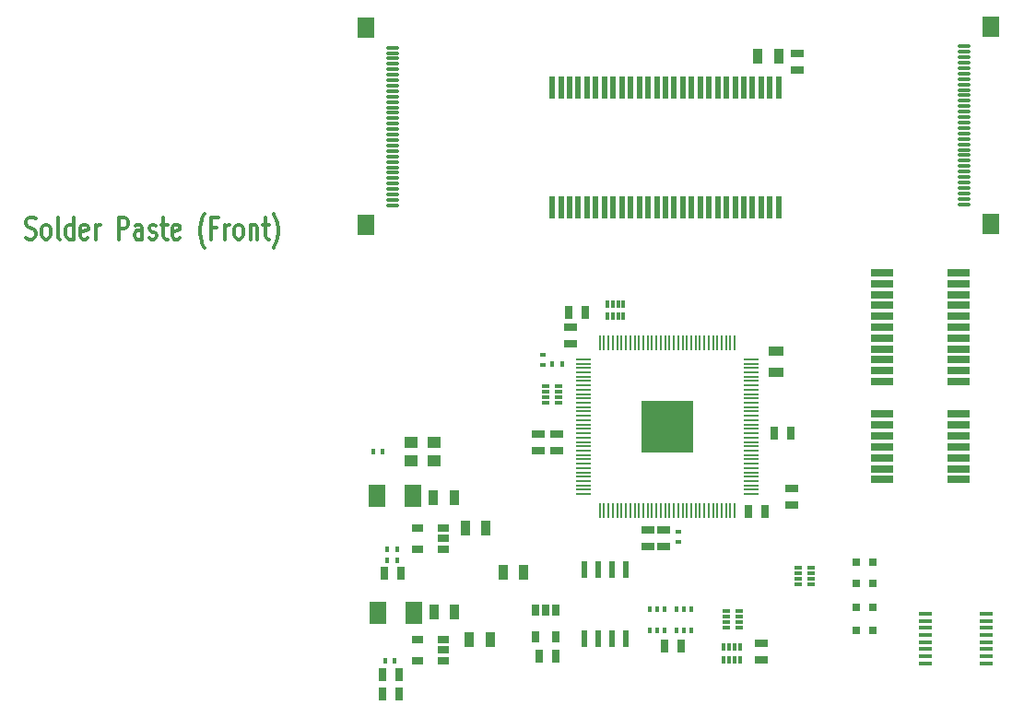
<source format=gtp>
G04 (created by PCBNEW-RS274X (2012-01-19 BZR 3256)-stable) date Thu 04 Oct 2012 23:16:49 BST*
G01*
G70*
G90*
%MOIN*%
G04 Gerber Fmt 3.4, Leading zero omitted, Abs format*
%FSLAX34Y34*%
G04 APERTURE LIST*
%ADD10C,0.006000*%
%ADD11C,0.012000*%
%ADD12R,0.078700X0.027600*%
%ADD13R,0.031400X0.031400*%
%ADD14R,0.035000X0.055000*%
%ADD15R,0.055000X0.035000*%
%ADD16R,0.045000X0.025000*%
%ADD17R,0.025000X0.045000*%
%ADD18R,0.015700X0.023600*%
%ADD19R,0.023600X0.015700*%
%ADD20R,0.063000X0.074800*%
%ADD21O,0.049200X0.011800*%
%ADD22R,0.051200X0.043300*%
%ADD23R,0.020000X0.059100*%
%ADD24R,0.027600X0.039400*%
%ADD25R,0.039400X0.027600*%
%ADD26R,0.025600X0.011800*%
%ADD27R,0.011800X0.025600*%
%ADD28R,0.015700X0.019700*%
%ADD29R,0.023600X0.078700*%
%ADD30O,0.057100X0.007900*%
%ADD31O,0.007900X0.057100*%
%ADD32R,0.189000X0.189000*%
%ADD33R,0.060000X0.080000*%
%ADD34R,0.050000X0.015000*%
G04 APERTURE END LIST*
G54D10*
G54D11*
X07299Y-28632D02*
X07385Y-28670D01*
X07528Y-28670D01*
X07585Y-28632D01*
X07614Y-28594D01*
X07642Y-28517D01*
X07642Y-28441D01*
X07614Y-28365D01*
X07585Y-28327D01*
X07528Y-28289D01*
X07414Y-28251D01*
X07356Y-28213D01*
X07328Y-28175D01*
X07299Y-28098D01*
X07299Y-28022D01*
X07328Y-27946D01*
X07356Y-27908D01*
X07414Y-27870D01*
X07556Y-27870D01*
X07642Y-27908D01*
X07985Y-28670D02*
X07927Y-28632D01*
X07899Y-28594D01*
X07870Y-28517D01*
X07870Y-28289D01*
X07899Y-28213D01*
X07927Y-28175D01*
X07985Y-28136D01*
X08070Y-28136D01*
X08127Y-28175D01*
X08156Y-28213D01*
X08185Y-28289D01*
X08185Y-28517D01*
X08156Y-28594D01*
X08127Y-28632D01*
X08070Y-28670D01*
X07985Y-28670D01*
X08528Y-28670D02*
X08470Y-28632D01*
X08442Y-28556D01*
X08442Y-27870D01*
X09013Y-28670D02*
X09013Y-27870D01*
X09013Y-28632D02*
X08956Y-28670D01*
X08842Y-28670D01*
X08784Y-28632D01*
X08756Y-28594D01*
X08727Y-28517D01*
X08727Y-28289D01*
X08756Y-28213D01*
X08784Y-28175D01*
X08842Y-28136D01*
X08956Y-28136D01*
X09013Y-28175D01*
X09527Y-28632D02*
X09470Y-28670D01*
X09356Y-28670D01*
X09299Y-28632D01*
X09270Y-28556D01*
X09270Y-28251D01*
X09299Y-28175D01*
X09356Y-28136D01*
X09470Y-28136D01*
X09527Y-28175D01*
X09556Y-28251D01*
X09556Y-28327D01*
X09270Y-28403D01*
X09813Y-28670D02*
X09813Y-28136D01*
X09813Y-28289D02*
X09841Y-28213D01*
X09870Y-28175D01*
X09927Y-28136D01*
X09984Y-28136D01*
X10641Y-28670D02*
X10641Y-27870D01*
X10869Y-27870D01*
X10927Y-27908D01*
X10955Y-27946D01*
X10984Y-28022D01*
X10984Y-28136D01*
X10955Y-28213D01*
X10927Y-28251D01*
X10869Y-28289D01*
X10641Y-28289D01*
X11498Y-28670D02*
X11498Y-28251D01*
X11469Y-28175D01*
X11412Y-28136D01*
X11298Y-28136D01*
X11241Y-28175D01*
X11498Y-28632D02*
X11441Y-28670D01*
X11298Y-28670D01*
X11241Y-28632D01*
X11212Y-28556D01*
X11212Y-28479D01*
X11241Y-28403D01*
X11298Y-28365D01*
X11441Y-28365D01*
X11498Y-28327D01*
X11755Y-28632D02*
X11812Y-28670D01*
X11927Y-28670D01*
X11984Y-28632D01*
X12012Y-28556D01*
X12012Y-28517D01*
X11984Y-28441D01*
X11927Y-28403D01*
X11841Y-28403D01*
X11784Y-28365D01*
X11755Y-28289D01*
X11755Y-28251D01*
X11784Y-28175D01*
X11841Y-28136D01*
X11927Y-28136D01*
X11984Y-28175D01*
X12184Y-28136D02*
X12413Y-28136D01*
X12270Y-27870D02*
X12270Y-28556D01*
X12298Y-28632D01*
X12356Y-28670D01*
X12413Y-28670D01*
X12841Y-28632D02*
X12784Y-28670D01*
X12670Y-28670D01*
X12613Y-28632D01*
X12584Y-28556D01*
X12584Y-28251D01*
X12613Y-28175D01*
X12670Y-28136D01*
X12784Y-28136D01*
X12841Y-28175D01*
X12870Y-28251D01*
X12870Y-28327D01*
X12584Y-28403D01*
X13755Y-28975D02*
X13727Y-28936D01*
X13670Y-28822D01*
X13641Y-28746D01*
X13612Y-28632D01*
X13584Y-28441D01*
X13584Y-28289D01*
X13612Y-28098D01*
X13641Y-27984D01*
X13670Y-27908D01*
X13727Y-27794D01*
X13755Y-27756D01*
X14184Y-28251D02*
X13984Y-28251D01*
X13984Y-28670D02*
X13984Y-27870D01*
X14270Y-27870D01*
X14498Y-28670D02*
X14498Y-28136D01*
X14498Y-28289D02*
X14526Y-28213D01*
X14555Y-28175D01*
X14612Y-28136D01*
X14669Y-28136D01*
X14955Y-28670D02*
X14897Y-28632D01*
X14869Y-28594D01*
X14840Y-28517D01*
X14840Y-28289D01*
X14869Y-28213D01*
X14897Y-28175D01*
X14955Y-28136D01*
X15040Y-28136D01*
X15097Y-28175D01*
X15126Y-28213D01*
X15155Y-28289D01*
X15155Y-28517D01*
X15126Y-28594D01*
X15097Y-28632D01*
X15040Y-28670D01*
X14955Y-28670D01*
X15412Y-28136D02*
X15412Y-28670D01*
X15412Y-28213D02*
X15440Y-28175D01*
X15498Y-28136D01*
X15583Y-28136D01*
X15640Y-28175D01*
X15669Y-28251D01*
X15669Y-28670D01*
X15869Y-28136D02*
X16098Y-28136D01*
X15955Y-27870D02*
X15955Y-28556D01*
X15983Y-28632D01*
X16041Y-28670D01*
X16098Y-28670D01*
X16241Y-28975D02*
X16269Y-28936D01*
X16326Y-28822D01*
X16355Y-28746D01*
X16384Y-28632D01*
X16412Y-28441D01*
X16412Y-28289D01*
X16384Y-28098D01*
X16355Y-27984D01*
X16326Y-27908D01*
X16269Y-27794D01*
X16241Y-27756D01*
G54D12*
X41008Y-29882D03*
X41008Y-30276D03*
X41008Y-30669D03*
X41008Y-31063D03*
X41008Y-31457D03*
X41008Y-31851D03*
X41008Y-32244D03*
X41008Y-32638D03*
X41008Y-33032D03*
X41008Y-33425D03*
X38252Y-29882D03*
X38252Y-30276D03*
X38252Y-30669D03*
X38252Y-31063D03*
X38252Y-31457D03*
X38252Y-31851D03*
X38252Y-32244D03*
X38252Y-32638D03*
X38252Y-33032D03*
X38252Y-33425D03*
X41008Y-33819D03*
X38252Y-33819D03*
X38252Y-35000D03*
X38252Y-35394D03*
X38252Y-35788D03*
X38252Y-36181D03*
X38252Y-36575D03*
X38252Y-36969D03*
X38252Y-37362D03*
X41008Y-35000D03*
X41008Y-35394D03*
X41008Y-35788D03*
X41008Y-36181D03*
X41008Y-36575D03*
X41008Y-36969D03*
X41008Y-37362D03*
G54D13*
X37333Y-42825D03*
X37923Y-42825D03*
X37333Y-41969D03*
X37923Y-41969D03*
X37333Y-41132D03*
X37923Y-41132D03*
X37333Y-40335D03*
X37923Y-40335D03*
G54D14*
X33763Y-22051D03*
X34513Y-22051D03*
G54D15*
X34419Y-33475D03*
X34419Y-32725D03*
G54D14*
X25296Y-40709D03*
X24546Y-40709D03*
X23326Y-43159D03*
X24076Y-43159D03*
X22796Y-42146D03*
X22046Y-42146D03*
X23184Y-39130D03*
X23934Y-39130D03*
X22788Y-38024D03*
X22038Y-38024D03*
G54D16*
X26988Y-32456D03*
X26988Y-31856D03*
X29774Y-39198D03*
X29774Y-39798D03*
G54D17*
X33430Y-38533D03*
X34030Y-38533D03*
G54D16*
X26506Y-36324D03*
X26506Y-35724D03*
G54D17*
X34956Y-35699D03*
X34356Y-35699D03*
G54D16*
X33902Y-43275D03*
X33902Y-43875D03*
X35000Y-37682D03*
X35000Y-38282D03*
X35189Y-21940D03*
X35189Y-22540D03*
X25827Y-36324D03*
X25827Y-35724D03*
G54D17*
X27534Y-31309D03*
X26934Y-31309D03*
X30379Y-43386D03*
X30979Y-43386D03*
X20255Y-40759D03*
X20855Y-40759D03*
X20182Y-44409D03*
X20782Y-44409D03*
G54D18*
X26693Y-33169D03*
X26339Y-33169D03*
X20724Y-39892D03*
X20370Y-39892D03*
X20366Y-40274D03*
X20720Y-40274D03*
X20640Y-43907D03*
X20286Y-43907D03*
X19847Y-36366D03*
X20201Y-36366D03*
G54D19*
X30896Y-39262D03*
X30896Y-39616D03*
X25980Y-32854D03*
X25980Y-33208D03*
G54D20*
X19590Y-21028D03*
X19590Y-28154D03*
G54D21*
X20554Y-27446D03*
X20554Y-27250D03*
X20554Y-27053D03*
X20554Y-26856D03*
X20554Y-26659D03*
X20554Y-26462D03*
X20554Y-26265D03*
X20554Y-26068D03*
X20554Y-25872D03*
X20554Y-25675D03*
X20554Y-25478D03*
X20554Y-25281D03*
X20554Y-25084D03*
X20554Y-24887D03*
X20555Y-24689D03*
X20554Y-24494D03*
X20554Y-24297D03*
X20554Y-24100D03*
X20554Y-23706D03*
X20554Y-23312D03*
X20554Y-22919D03*
X20554Y-23116D03*
X20554Y-23509D03*
X20554Y-23903D03*
X20554Y-22722D03*
X20554Y-22525D03*
X20554Y-22328D03*
X20554Y-22131D03*
X20554Y-21935D03*
X20554Y-21736D03*
G54D20*
X42186Y-28114D03*
X42186Y-20988D03*
G54D21*
X41222Y-21696D03*
X41222Y-21892D03*
X41222Y-22089D03*
X41222Y-22286D03*
X41222Y-22483D03*
X41222Y-22680D03*
X41222Y-22877D03*
X41222Y-23074D03*
X41222Y-23270D03*
X41222Y-23467D03*
X41222Y-23664D03*
X41222Y-23861D03*
X41222Y-24058D03*
X41222Y-24255D03*
X41221Y-24453D03*
X41222Y-24648D03*
X41222Y-24845D03*
X41222Y-25042D03*
X41222Y-25436D03*
X41222Y-25830D03*
X41222Y-26223D03*
X41222Y-26026D03*
X41222Y-25633D03*
X41222Y-25239D03*
X41222Y-26420D03*
X41222Y-26617D03*
X41222Y-26814D03*
X41222Y-27011D03*
X41222Y-27207D03*
X41222Y-27406D03*
G54D22*
X21221Y-36683D03*
X22047Y-36683D03*
X22047Y-36033D03*
X21221Y-36033D03*
G54D23*
X28978Y-43110D03*
X28478Y-43110D03*
X27978Y-43110D03*
X27478Y-43110D03*
X27478Y-40610D03*
X27978Y-40610D03*
X28478Y-40610D03*
X28978Y-40610D03*
G54D16*
X30354Y-39198D03*
X30354Y-39798D03*
G54D24*
X26094Y-42098D03*
X26468Y-42098D03*
X25720Y-42098D03*
X25720Y-43043D03*
X26468Y-43043D03*
G54D25*
X22386Y-43533D03*
X22386Y-43907D03*
X22386Y-43159D03*
X21441Y-43159D03*
X21441Y-43907D03*
X22386Y-39499D03*
X22386Y-39873D03*
X22386Y-39125D03*
X21441Y-39125D03*
X21441Y-39873D03*
G54D17*
X20182Y-45108D03*
X20782Y-45108D03*
G54D26*
X32630Y-42126D03*
X32630Y-42323D03*
X32630Y-42520D03*
X32630Y-42717D03*
X33083Y-42717D03*
X33083Y-42520D03*
X33083Y-42323D03*
X33083Y-42126D03*
G54D27*
X33120Y-43424D03*
X32923Y-43424D03*
X32726Y-43424D03*
X32529Y-43424D03*
X32529Y-43877D03*
X32726Y-43877D03*
X32923Y-43877D03*
X33120Y-43877D03*
X28907Y-31002D03*
X28710Y-31002D03*
X28513Y-31002D03*
X28316Y-31002D03*
X28316Y-31455D03*
X28513Y-31455D03*
X28710Y-31455D03*
X28907Y-31455D03*
G54D26*
X26543Y-34590D03*
X26543Y-34393D03*
X26543Y-34196D03*
X26543Y-33999D03*
X26090Y-33999D03*
X26090Y-34196D03*
X26090Y-34393D03*
X26090Y-34590D03*
G54D28*
X31094Y-42815D03*
X30838Y-42815D03*
X31350Y-42815D03*
X31350Y-42067D03*
X31094Y-42067D03*
X30838Y-42067D03*
X30118Y-42815D03*
X29862Y-42815D03*
X30374Y-42815D03*
X30374Y-42067D03*
X30118Y-42067D03*
X29862Y-42067D03*
G54D29*
X34517Y-23199D03*
X34202Y-23199D03*
X33887Y-23199D03*
X33572Y-23199D03*
X33257Y-23199D03*
X32942Y-23199D03*
X32627Y-23199D03*
X32312Y-23199D03*
X31997Y-23199D03*
X31682Y-23199D03*
X31367Y-23199D03*
X31052Y-23199D03*
X30737Y-23199D03*
X30423Y-23199D03*
X30108Y-23199D03*
X29793Y-23199D03*
X29478Y-23199D03*
X29163Y-23199D03*
X28848Y-23199D03*
X28533Y-23199D03*
X28218Y-23199D03*
X27903Y-23199D03*
X27588Y-23199D03*
X27273Y-23199D03*
X26958Y-23199D03*
X26643Y-23199D03*
X26328Y-23199D03*
X26328Y-27530D03*
X26643Y-27530D03*
X26958Y-27530D03*
X27273Y-27530D03*
X27588Y-27530D03*
X27903Y-27530D03*
X28218Y-27530D03*
X28533Y-27530D03*
X28848Y-27530D03*
X29163Y-27530D03*
X29478Y-27530D03*
X29793Y-27530D03*
X30108Y-27530D03*
X30423Y-27530D03*
X30737Y-27530D03*
X31052Y-27530D03*
X31367Y-27530D03*
X31682Y-27530D03*
X31997Y-27530D03*
X32312Y-27530D03*
X32627Y-27530D03*
X32942Y-27530D03*
X33257Y-27530D03*
X33572Y-27530D03*
X33887Y-27530D03*
X34202Y-27530D03*
X34517Y-27530D03*
G54D30*
X27459Y-33010D03*
X27459Y-33168D03*
X27459Y-33325D03*
X27459Y-33482D03*
X27459Y-33640D03*
X27459Y-33797D03*
X27459Y-33955D03*
X27459Y-34112D03*
X27459Y-34270D03*
X27459Y-34427D03*
X27459Y-34585D03*
X27459Y-34742D03*
X27459Y-34900D03*
X27459Y-35057D03*
X27459Y-35215D03*
X27459Y-35372D03*
X27459Y-35530D03*
X27459Y-35687D03*
X27459Y-35845D03*
X27459Y-36002D03*
X27459Y-36160D03*
X27459Y-36317D03*
X27459Y-36475D03*
X27459Y-36632D03*
X27459Y-36790D03*
X27459Y-36947D03*
X27459Y-37105D03*
X27459Y-37262D03*
X27459Y-37420D03*
X27459Y-37577D03*
X27459Y-37734D03*
X27459Y-37892D03*
G54D31*
X28049Y-38482D03*
X28207Y-38482D03*
X28364Y-38482D03*
X28521Y-38482D03*
X28679Y-38482D03*
X28836Y-38482D03*
X28994Y-38482D03*
X29151Y-38482D03*
X29309Y-38482D03*
X29466Y-38482D03*
X29624Y-38482D03*
X29781Y-38482D03*
X29939Y-38482D03*
X30096Y-38482D03*
X30254Y-38482D03*
X30411Y-38482D03*
X30569Y-38482D03*
X30726Y-38482D03*
X30884Y-38482D03*
X31041Y-38482D03*
X31199Y-38482D03*
X31356Y-38482D03*
X31514Y-38482D03*
X31671Y-38482D03*
X31829Y-38482D03*
X31986Y-38482D03*
X32144Y-38482D03*
X32301Y-38482D03*
X32459Y-38482D03*
X32616Y-38482D03*
X32773Y-38482D03*
X32931Y-38482D03*
G54D30*
X33521Y-37892D03*
X33521Y-37734D03*
X33521Y-37577D03*
X33521Y-37420D03*
X33521Y-37262D03*
X33521Y-37105D03*
X33521Y-36947D03*
X33521Y-36790D03*
X33521Y-36632D03*
X33521Y-36475D03*
X33521Y-36317D03*
X33521Y-36160D03*
X33521Y-36002D03*
X33521Y-35845D03*
X33521Y-35687D03*
X33521Y-35530D03*
X33521Y-35372D03*
X33521Y-35215D03*
X33521Y-35057D03*
X33521Y-34900D03*
X33521Y-34742D03*
X33521Y-34585D03*
X33521Y-34427D03*
X33521Y-34270D03*
X33521Y-34112D03*
X33521Y-33955D03*
X33521Y-33797D03*
X33521Y-33640D03*
X33521Y-33482D03*
X33521Y-33325D03*
X33521Y-33168D03*
X33521Y-33010D03*
G54D31*
X32931Y-32420D03*
X32773Y-32420D03*
X32616Y-32420D03*
X32459Y-32420D03*
X32301Y-32420D03*
X32144Y-32420D03*
X31986Y-32420D03*
X31829Y-32420D03*
X31671Y-32420D03*
X31514Y-32420D03*
X31356Y-32420D03*
X31199Y-32420D03*
X31041Y-32420D03*
X30884Y-32420D03*
X30726Y-32420D03*
X30569Y-32420D03*
X30411Y-32420D03*
X30254Y-32420D03*
X30096Y-32420D03*
X29939Y-32420D03*
X29781Y-32420D03*
X29624Y-32420D03*
X29466Y-32420D03*
X29309Y-32420D03*
X29151Y-32420D03*
X28994Y-32420D03*
X28836Y-32420D03*
X28679Y-32420D03*
X28521Y-32420D03*
X28364Y-32420D03*
X28207Y-32420D03*
X28049Y-32420D03*
G54D32*
X30490Y-35451D03*
G54D26*
X35235Y-40561D03*
X35235Y-40758D03*
X35235Y-40955D03*
X35235Y-41152D03*
X35688Y-41152D03*
X35688Y-40955D03*
X35688Y-40758D03*
X35688Y-40561D03*
G54D17*
X26461Y-43760D03*
X25861Y-43760D03*
G54D33*
X20000Y-37953D03*
X21300Y-37953D03*
X20039Y-42175D03*
X21339Y-42175D03*
G54D34*
X42031Y-44006D03*
X42031Y-43750D03*
X42031Y-43494D03*
X42031Y-43238D03*
X42031Y-42982D03*
X42031Y-42726D03*
X42031Y-42470D03*
X42031Y-42214D03*
X39827Y-42214D03*
X39827Y-42470D03*
X39827Y-42726D03*
X39827Y-42982D03*
X39827Y-43238D03*
X39827Y-43494D03*
X39827Y-43750D03*
X39827Y-44006D03*
M02*

</source>
